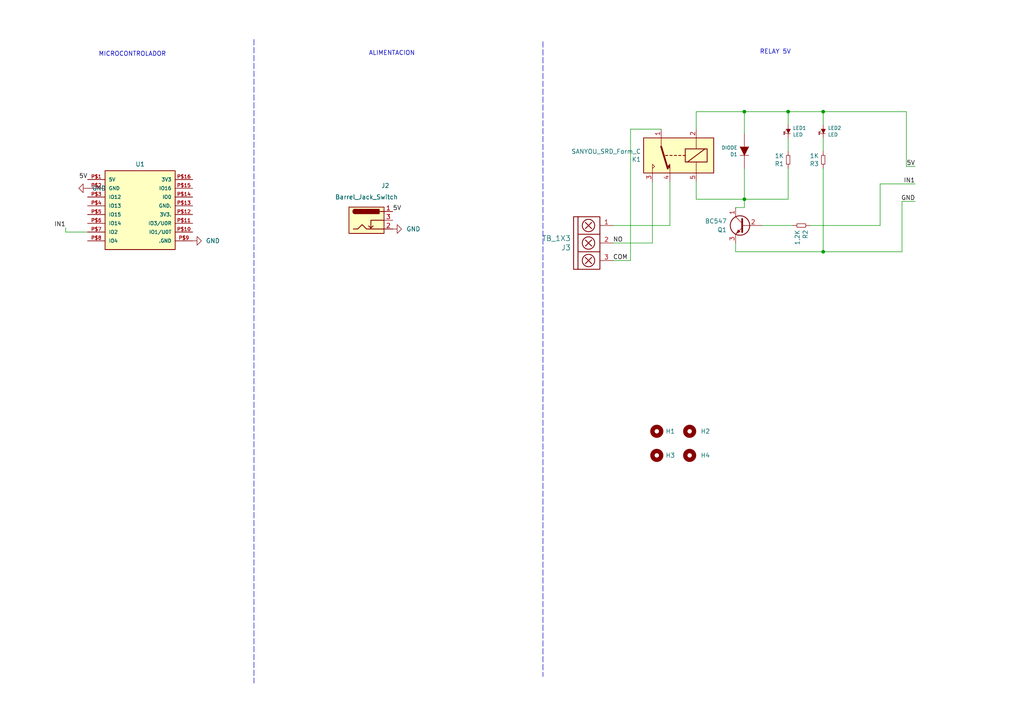
<source format=kicad_sch>
(kicad_sch (version 20211123) (generator eeschema)

  (uuid df32840e-2912-4088-b54c-9a85f64c0265)

  (paper "A4")

  (lib_symbols
    (symbol "Connector:Barrel_Jack_Switch" (pin_names hide) (in_bom yes) (on_board yes)
      (property "Reference" "J" (id 0) (at 0 5.334 0)
        (effects (font (size 1.27 1.27)))
      )
      (property "Value" "Barrel_Jack_Switch" (id 1) (at 0 -5.08 0)
        (effects (font (size 1.27 1.27)))
      )
      (property "Footprint" "" (id 2) (at 1.27 -1.016 0)
        (effects (font (size 1.27 1.27)) hide)
      )
      (property "Datasheet" "~" (id 3) (at 1.27 -1.016 0)
        (effects (font (size 1.27 1.27)) hide)
      )
      (property "ki_keywords" "DC power barrel jack connector" (id 4) (at 0 0 0)
        (effects (font (size 1.27 1.27)) hide)
      )
      (property "ki_description" "DC Barrel Jack with an internal switch" (id 5) (at 0 0 0)
        (effects (font (size 1.27 1.27)) hide)
      )
      (property "ki_fp_filters" "BarrelJack*" (id 6) (at 0 0 0)
        (effects (font (size 1.27 1.27)) hide)
      )
      (symbol "Barrel_Jack_Switch_0_1"
        (rectangle (start -5.08 3.81) (end 5.08 -3.81)
          (stroke (width 0.254) (type default) (color 0 0 0 0))
          (fill (type background))
        )
        (arc (start -3.302 3.175) (mid -3.937 2.54) (end -3.302 1.905)
          (stroke (width 0.254) (type default) (color 0 0 0 0))
          (fill (type none))
        )
        (arc (start -3.302 3.175) (mid -3.937 2.54) (end -3.302 1.905)
          (stroke (width 0.254) (type default) (color 0 0 0 0))
          (fill (type outline))
        )
        (polyline
          (pts
            (xy 1.27 -2.286)
            (xy 1.905 -1.651)
          )
          (stroke (width 0.254) (type default) (color 0 0 0 0))
          (fill (type none))
        )
        (polyline
          (pts
            (xy 5.08 2.54)
            (xy 3.81 2.54)
          )
          (stroke (width 0.254) (type default) (color 0 0 0 0))
          (fill (type none))
        )
        (polyline
          (pts
            (xy 5.08 0)
            (xy 1.27 0)
            (xy 1.27 -2.286)
            (xy 0.635 -1.651)
          )
          (stroke (width 0.254) (type default) (color 0 0 0 0))
          (fill (type none))
        )
        (polyline
          (pts
            (xy -3.81 -2.54)
            (xy -2.54 -2.54)
            (xy -1.27 -1.27)
            (xy 0 -2.54)
            (xy 2.54 -2.54)
            (xy 5.08 -2.54)
          )
          (stroke (width 0.254) (type default) (color 0 0 0 0))
          (fill (type none))
        )
        (rectangle (start 3.683 3.175) (end -3.302 1.905)
          (stroke (width 0.254) (type default) (color 0 0 0 0))
          (fill (type outline))
        )
      )
      (symbol "Barrel_Jack_Switch_1_1"
        (pin passive line (at 7.62 2.54 180) (length 2.54)
          (name "~" (effects (font (size 1.27 1.27))))
          (number "1" (effects (font (size 1.27 1.27))))
        )
        (pin passive line (at 7.62 -2.54 180) (length 2.54)
          (name "~" (effects (font (size 1.27 1.27))))
          (number "2" (effects (font (size 1.27 1.27))))
        )
        (pin passive line (at 7.62 0 180) (length 2.54)
          (name "~" (effects (font (size 1.27 1.27))))
          (number "3" (effects (font (size 1.27 1.27))))
        )
      )
    )
    (symbol "EESTN5:BC547" (pin_names (offset 0) hide) (in_bom yes) (on_board yes)
      (property "Reference" "Q" (id 0) (at 5.08 1.905 0)
        (effects (font (size 1.27 1.27)) (justify left))
      )
      (property "Value" "BC547" (id 1) (at 5.08 0 0)
        (effects (font (size 1.27 1.27)) (justify left))
      )
      (property "Footprint" "EESTN5:TO-92" (id 2) (at 5.08 -1.905 0)
        (effects (font (size 1.27 1.27) italic) (justify left) hide)
      )
      (property "Datasheet" "http://www.fairchildsemi.com/ds/BC/BC547.pdf" (id 3) (at 0 0 0)
        (effects (font (size 1.27 1.27)) (justify left) hide)
      )
      (property "ki_keywords" "NPN Transistor" (id 4) (at 0 0 0)
        (effects (font (size 1.27 1.27)) hide)
      )
      (property "ki_description" "45V Vce, 0.1A Ic, NPN, Small Signal Transistor, TO-92" (id 5) (at 0 0 0)
        (effects (font (size 1.27 1.27)) hide)
      )
      (property "ki_fp_filters" "TO?92*" (id 6) (at 0 0 0)
        (effects (font (size 1.27 1.27)) hide)
      )
      (symbol "BC547_0_1"
        (polyline
          (pts
            (xy 0 0)
            (xy 0.635 0)
          )
          (stroke (width 0) (type default) (color 0 0 0 0))
          (fill (type none))
        )
        (polyline
          (pts
            (xy 0.635 0.635)
            (xy 2.54 2.54)
          )
          (stroke (width 0) (type default) (color 0 0 0 0))
          (fill (type none))
        )
        (polyline
          (pts
            (xy 0.635 -0.635)
            (xy 2.54 -2.54)
            (xy 2.54 -2.54)
          )
          (stroke (width 0) (type default) (color 0 0 0 0))
          (fill (type none))
        )
        (polyline
          (pts
            (xy 0.635 1.905)
            (xy 0.635 -1.905)
            (xy 0.635 -1.905)
          )
          (stroke (width 0.508) (type default) (color 0 0 0 0))
          (fill (type none))
        )
        (polyline
          (pts
            (xy 1.27 -1.778)
            (xy 1.778 -1.27)
            (xy 2.286 -2.286)
            (xy 1.27 -1.778)
            (xy 1.27 -1.778)
          )
          (stroke (width 0) (type default) (color 0 0 0 0))
          (fill (type outline))
        )
        (circle (center 1.27 0) (radius 2.8194)
          (stroke (width 0.254) (type default) (color 0 0 0 0))
          (fill (type none))
        )
      )
      (symbol "BC547_1_1"
        (pin passive line (at 2.54 5.08 270) (length 2.54)
          (name "C" (effects (font (size 1.27 1.27))))
          (number "1" (effects (font (size 1.27 1.27))))
        )
        (pin input line (at -5.08 0 0) (length 5.08)
          (name "B" (effects (font (size 1.27 1.27))))
          (number "2" (effects (font (size 1.27 1.27))))
        )
        (pin passive line (at 2.54 -5.08 90) (length 2.54)
          (name "E" (effects (font (size 1.27 1.27))))
          (number "3" (effects (font (size 1.27 1.27))))
        )
      )
    )
    (symbol "EESTN5:DIODE" (pin_numbers hide) (pin_names (offset 1.016) hide) (in_bom yes) (on_board yes)
      (property "Reference" "D" (id 0) (at 0 2.54 0)
        (effects (font (size 1.016 1.016)))
      )
      (property "Value" "DIODE" (id 1) (at 0 -2.54 0)
        (effects (font (size 1.016 1.016)))
      )
      (property "Footprint" "" (id 2) (at 0 0 0)
        (effects (font (size 1.524 1.524)))
      )
      (property "Datasheet" "" (id 3) (at 0 0 0)
        (effects (font (size 1.524 1.524)))
      )
      (property "ki_fp_filters" "D* S*" (id 4) (at 0 0 0)
        (effects (font (size 1.27 1.27)) hide)
      )
      (symbol "DIODE_0_1"
        (polyline
          (pts
            (xy 1.27 1.27)
            (xy 1.27 -1.27)
          )
          (stroke (width 0.1524) (type default) (color 0 0 0 0))
          (fill (type none))
        )
        (polyline
          (pts
            (xy -1.27 1.27)
            (xy 1.27 0)
            (xy -1.27 -1.27)
          )
          (stroke (width 0) (type default) (color 0 0 0 0))
          (fill (type outline))
        )
      )
      (symbol "DIODE_1_1"
        (pin passive line (at -5.08 0 0) (length 3.81)
          (name "A" (effects (font (size 1.016 1.016))))
          (number "1" (effects (font (size 1.016 1.016))))
        )
        (pin passive line (at 5.08 0 180) (length 3.81)
          (name "K" (effects (font (size 1.016 1.016))))
          (number "2" (effects (font (size 1.016 1.016))))
        )
      )
    )
    (symbol "EESTN5:LED" (pin_numbers hide) (pin_names (offset 1.016) hide) (in_bom yes) (on_board yes)
      (property "Reference" "LED" (id 0) (at 0 2.54 0)
        (effects (font (size 1.016 1.016)))
      )
      (property "Value" "LED" (id 1) (at 0 -2.54 0)
        (effects (font (size 1.016 1.016)))
      )
      (property "Footprint" "" (id 2) (at 0 0 0)
        (effects (font (size 1.524 1.524)))
      )
      (property "Datasheet" "" (id 3) (at 0 0 0)
        (effects (font (size 1.524 1.524)))
      )
      (property "ki_fp_filters" "LED*" (id 4) (at 0 0 0)
        (effects (font (size 1.27 1.27)) hide)
      )
      (symbol "LED_0_1"
        (polyline
          (pts
            (xy 0.508 -0.762)
            (xy 1.016 -1.27)
            (xy 1.016 -1.27)
          )
          (stroke (width 0) (type default) (color 0 0 0 0))
          (fill (type none))
        )
        (polyline
          (pts
            (xy 1.016 -0.762)
            (xy 1.524 -1.27)
            (xy 1.524 -1.27)
          )
          (stroke (width 0) (type default) (color 0 0 0 0))
          (fill (type none))
        )
        (polyline
          (pts
            (xy 1.27 -0.635)
            (xy 1.27 0.635)
            (xy 1.27 0.635)
          )
          (stroke (width 0) (type default) (color 0 0 0 0))
          (fill (type none))
        )
        (polyline
          (pts
            (xy 1.27 0)
            (xy 0 0.635)
            (xy 0 -0.635)
            (xy 0 -0.635)
          )
          (stroke (width 0) (type default) (color 0 0 0 0))
          (fill (type outline))
        )
        (polyline
          (pts
            (xy 1.524 -1.27)
            (xy 1.27 -1.27)
            (xy 1.524 -1.016)
            (xy 1.524 -1.27)
            (xy 1.524 -1.27)
          )
          (stroke (width 0) (type default) (color 0 0 0 0))
          (fill (type outline))
        )
        (polyline
          (pts
            (xy 1.016 -1.27)
            (xy 0.762 -1.27)
            (xy 1.016 -1.016)
            (xy 1.016 -1.27)
            (xy 1.016 -1.27)
            (xy 1.016 -1.27)
          )
          (stroke (width 0) (type default) (color 0 0 0 0))
          (fill (type outline))
        )
      )
      (symbol "LED_1_1"
        (pin passive line (at -1.27 0 0) (length 1.27)
          (name "A" (effects (font (size 1.016 1.016))))
          (number "1" (effects (font (size 1.016 1.016))))
        )
        (pin passive line (at 2.54 0 180) (length 1.27)
          (name "K" (effects (font (size 1.016 1.016))))
          (number "2" (effects (font (size 1.016 1.016))))
        )
      )
    )
    (symbol "EESTN5:Mounting_Hole" (pin_names (offset 1.016)) (in_bom yes) (on_board yes)
      (property "Reference" "H" (id 0) (at 0 5.08 0)
        (effects (font (size 1.27 1.27)))
      )
      (property "Value" "Mounting_Hole" (id 1) (at 0 3.175 0)
        (effects (font (size 1.27 1.27)) hide)
      )
      (property "Footprint" "" (id 2) (at 0 0 0)
        (effects (font (size 1.524 1.524)) hide)
      )
      (property "Datasheet" "" (id 3) (at 0 0 0)
        (effects (font (size 1.524 1.524)) hide)
      )
      (property "ki_keywords" "mounting hole" (id 4) (at 0 0 0)
        (effects (font (size 1.27 1.27)) hide)
      )
      (property "ki_description" "Mounting Hole without connection" (id 5) (at 0 0 0)
        (effects (font (size 1.27 1.27)) hide)
      )
      (property "ki_fp_filters" "hole* Logo* PAD* Separador* Cable*" (id 6) (at 0 0 0)
        (effects (font (size 1.27 1.27)) hide)
      )
      (symbol "Mounting_Hole_0_1"
        (circle (center 0 0) (radius 1.27)
          (stroke (width 1.27) (type default) (color 0 0 0 0))
          (fill (type none))
        )
      )
    )
    (symbol "EESTN5:R" (pin_numbers hide) (pin_names (offset 0)) (in_bom yes) (on_board yes)
      (property "Reference" "R" (id 0) (at -1.27 0 90)
        (effects (font (size 1.27 1.27)))
      )
      (property "Value" "R" (id 1) (at 1.27 0 90)
        (effects (font (size 1.27 1.27)))
      )
      (property "Footprint" "" (id 2) (at 0 0 0)
        (effects (font (size 1.524 1.524)))
      )
      (property "Datasheet" "" (id 3) (at 0 0 0)
        (effects (font (size 1.524 1.524)))
      )
      (property "ki_description" "Resistor" (id 4) (at 0 0 0)
        (effects (font (size 1.27 1.27)) hide)
      )
      (property "ki_fp_filters" "RES* R_*" (id 5) (at 0 0 0)
        (effects (font (size 1.27 1.27)) hide)
      )
      (symbol "R_0_1"
        (rectangle (start 0.508 1.27) (end -0.508 -1.27)
          (stroke (width 0) (type default) (color 0 0 0 0))
          (fill (type none))
        )
      )
      (symbol "R_1_1"
        (pin passive line (at 0 2.54 270) (length 1.27)
          (name "~" (effects (font (size 1.524 1.524))))
          (number "1" (effects (font (size 1.524 1.524))))
        )
        (pin passive line (at 0 -2.54 90) (length 1.27)
          (name "~" (effects (font (size 1.524 1.524))))
          (number "2" (effects (font (size 1.524 1.524))))
        )
      )
    )
    (symbol "EESTN5:TB_1X3" (pin_names (offset 1.016)) (in_bom yes) (on_board yes)
      (property "Reference" "J" (id 0) (at 0 7.62 0)
        (effects (font (size 1.524 1.524)))
      )
      (property "Value" "TB_1X3" (id 1) (at 1.27 -11.43 0)
        (effects (font (size 1.524 1.524)))
      )
      (property "Footprint" "" (id 2) (at -1.27 1.27 0)
        (effects (font (size 1.524 1.524)))
      )
      (property "Datasheet" "" (id 3) (at -1.27 1.27 0)
        (effects (font (size 1.524 1.524)))
      )
      (property "ki_fp_filters" "BORNERA* TB*" (id 4) (at 0 0 0)
        (effects (font (size 1.27 1.27)) hide)
      )
      (symbol "TB_1X3_0_1"
        (rectangle (start -2.54 5.08) (end 5.08 -10.16)
          (stroke (width 0.254) (type default) (color 0 0 0 0))
          (fill (type none))
        )
        (polyline
          (pts
            (xy -1.27 -5.08)
            (xy 5.08 -5.08)
          )
          (stroke (width 0.254) (type default) (color 0 0 0 0))
          (fill (type none))
        )
        (polyline
          (pts
            (xy -1.27 0)
            (xy 5.08 0)
          )
          (stroke (width 0.254) (type default) (color 0 0 0 0))
          (fill (type none))
        )
        (polyline
          (pts
            (xy -1.27 5.08)
            (xy -1.27 -10.16)
          )
          (stroke (width 0.254) (type default) (color 0 0 0 0))
          (fill (type none))
        )
        (polyline
          (pts
            (xy 0.889 -8.509)
            (xy 2.667 -6.731)
          )
          (stroke (width 0.254) (type default) (color 0 0 0 0))
          (fill (type none))
        )
        (polyline
          (pts
            (xy 0.889 -6.731)
            (xy 2.667 -8.509)
          )
          (stroke (width 0.254) (type default) (color 0 0 0 0))
          (fill (type none))
        )
        (polyline
          (pts
            (xy 0.889 -3.429)
            (xy 2.667 -1.651)
          )
          (stroke (width 0.254) (type default) (color 0 0 0 0))
          (fill (type none))
        )
        (polyline
          (pts
            (xy 0.889 -1.651)
            (xy 2.667 -3.429)
          )
          (stroke (width 0.254) (type default) (color 0 0 0 0))
          (fill (type none))
        )
        (polyline
          (pts
            (xy 0.889 1.651)
            (xy 2.667 3.429)
          )
          (stroke (width 0.254) (type default) (color 0 0 0 0))
          (fill (type none))
        )
        (polyline
          (pts
            (xy 0.889 3.429)
            (xy 2.667 1.651)
          )
          (stroke (width 0.254) (type default) (color 0 0 0 0))
          (fill (type none))
        )
        (circle (center 1.778 -7.62) (radius 1.8034)
          (stroke (width 0.254) (type default) (color 0 0 0 0))
          (fill (type none))
        )
        (circle (center 1.778 -2.54) (radius 1.8034)
          (stroke (width 0.254) (type default) (color 0 0 0 0))
          (fill (type none))
        )
        (circle (center 1.778 2.54) (radius 1.8034)
          (stroke (width 0.254) (type default) (color 0 0 0 0))
          (fill (type none))
        )
      )
      (symbol "TB_1X3_1_1"
        (pin input line (at 8.89 2.54 180) (length 3.81)
          (name "~" (effects (font (size 1.27 1.27))))
          (number "1" (effects (font (size 1.27 1.27))))
        )
        (pin input line (at 8.89 -2.54 180) (length 3.81)
          (name "~" (effects (font (size 1.27 1.27))))
          (number "2" (effects (font (size 1.27 1.27))))
        )
        (pin input line (at 8.89 -7.62 180) (length 3.81)
          (name "~" (effects (font (size 1.27 1.27))))
          (number "3" (effects (font (size 1.27 1.27))))
        )
      )
    )
    (symbol "ESP32-rescue:ESP32-CAM-ESP32-CAM" (pin_names (offset 1.016)) (in_bom yes) (on_board yes)
      (property "Reference" "U" (id 0) (at -10.16 20.32 0)
        (effects (font (size 1.27 1.27)) (justify left bottom))
      )
      (property "Value" "ESP32-CAM-ESP32-CAM" (id 1) (at 0 0 0)
        (effects (font (size 1.27 1.27)) (justify left bottom) hide)
      )
      (property "Footprint" "ESP32-CAM" (id 2) (at 0 0 0)
        (effects (font (size 1.27 1.27)) (justify left bottom) hide)
      )
      (property "Datasheet" "" (id 3) (at 0 0 0)
        (effects (font (size 1.27 1.27)) (justify left bottom) hide)
      )
      (property "ki_locked" "" (id 4) (at 0 0 0)
        (effects (font (size 1.27 1.27)))
      )
      (symbol "ESP32-CAM-ESP32-CAM_0_0"
        (rectangle (start -10.16 -5.08) (end 10.16 17.78)
          (stroke (width 0.254) (type default) (color 0 0 0 0))
          (fill (type background))
        )
        (pin bidirectional line (at -15.24 15.24 0) (length 5.08)
          (name "5V" (effects (font (size 1.016 1.016))))
          (number "P$1" (effects (font (size 1.016 1.016))))
        )
        (pin bidirectional line (at 15.24 0 180) (length 5.08)
          (name "IO1/U0T" (effects (font (size 1.016 1.016))))
          (number "P$10" (effects (font (size 1.016 1.016))))
        )
        (pin bidirectional line (at 15.24 2.54 180) (length 5.08)
          (name "IO3/U0R" (effects (font (size 1.016 1.016))))
          (number "P$11" (effects (font (size 1.016 1.016))))
        )
        (pin bidirectional line (at 15.24 5.08 180) (length 5.08)
          (name "3V3." (effects (font (size 1.016 1.016))))
          (number "P$12" (effects (font (size 1.016 1.016))))
        )
        (pin bidirectional line (at 15.24 7.62 180) (length 5.08)
          (name "GND." (effects (font (size 1.016 1.016))))
          (number "P$13" (effects (font (size 1.016 1.016))))
        )
        (pin bidirectional line (at 15.24 10.16 180) (length 5.08)
          (name "IO0" (effects (font (size 1.016 1.016))))
          (number "P$14" (effects (font (size 1.016 1.016))))
        )
        (pin bidirectional line (at 15.24 12.7 180) (length 5.08)
          (name "IO16" (effects (font (size 1.016 1.016))))
          (number "P$15" (effects (font (size 1.016 1.016))))
        )
        (pin bidirectional line (at 15.24 15.24 180) (length 5.08)
          (name "3V3" (effects (font (size 1.016 1.016))))
          (number "P$16" (effects (font (size 1.016 1.016))))
        )
        (pin bidirectional line (at -15.24 12.7 0) (length 5.08)
          (name "GND" (effects (font (size 1.016 1.016))))
          (number "P$2" (effects (font (size 1.016 1.016))))
        )
        (pin bidirectional line (at -15.24 10.16 0) (length 5.08)
          (name "IO12" (effects (font (size 1.016 1.016))))
          (number "P$3" (effects (font (size 1.016 1.016))))
        )
        (pin bidirectional line (at -15.24 7.62 0) (length 5.08)
          (name "IO13" (effects (font (size 1.016 1.016))))
          (number "P$4" (effects (font (size 1.016 1.016))))
        )
        (pin bidirectional line (at -15.24 5.08 0) (length 5.08)
          (name "IO15" (effects (font (size 1.016 1.016))))
          (number "P$5" (effects (font (size 1.016 1.016))))
        )
        (pin bidirectional line (at -15.24 2.54 0) (length 5.08)
          (name "IO14" (effects (font (size 1.016 1.016))))
          (number "P$6" (effects (font (size 1.016 1.016))))
        )
        (pin bidirectional line (at -15.24 0 0) (length 5.08)
          (name "IO2" (effects (font (size 1.016 1.016))))
          (number "P$7" (effects (font (size 1.016 1.016))))
        )
        (pin bidirectional line (at -15.24 -2.54 0) (length 5.08)
          (name "IO4" (effects (font (size 1.016 1.016))))
          (number "P$8" (effects (font (size 1.016 1.016))))
        )
        (pin bidirectional line (at 15.24 -2.54 180) (length 5.08)
          (name ".GND" (effects (font (size 1.016 1.016))))
          (number "P$9" (effects (font (size 1.016 1.016))))
        )
      )
    )
    (symbol "ESP32-rescue:SANYOU_SRD_Form_C-Relay" (in_bom yes) (on_board yes)
      (property "Reference" "K" (id 0) (at 11.43 3.81 0)
        (effects (font (size 1.27 1.27)) (justify left))
      )
      (property "Value" "SANYOU_SRD_Form_C-Relay" (id 1) (at 11.43 1.27 0)
        (effects (font (size 1.27 1.27)) (justify left))
      )
      (property "Footprint" "Relay_THT:Relay_SPDT_SANYOU_SRD_Series_Form_C" (id 2) (at 11.43 -1.27 0)
        (effects (font (size 1.27 1.27)) (justify left) hide)
      )
      (property "Datasheet" "" (id 3) (at 0 0 0)
        (effects (font (size 1.27 1.27)) hide)
      )
      (property "ki_fp_filters" "Relay*SPDT*SANYOU*SRD*Series*Form*C*" (id 4) (at 0 0 0)
        (effects (font (size 1.27 1.27)) hide)
      )
      (symbol "SANYOU_SRD_Form_C-Relay_0_0"
        (polyline
          (pts
            (xy 7.62 5.08)
            (xy 7.62 2.54)
            (xy 6.985 3.175)
            (xy 7.62 3.81)
          )
          (stroke (width 0) (type default) (color 0 0 0 0))
          (fill (type none))
        )
      )
      (symbol "SANYOU_SRD_Form_C-Relay_0_1"
        (rectangle (start -10.16 5.08) (end 10.16 -5.08)
          (stroke (width 0.254) (type default) (color 0 0 0 0))
          (fill (type background))
        )
        (rectangle (start -8.255 1.905) (end -1.905 -1.905)
          (stroke (width 0.254) (type default) (color 0 0 0 0))
          (fill (type none))
        )
        (polyline
          (pts
            (xy -7.62 -1.905)
            (xy -2.54 1.905)
          )
          (stroke (width 0.254) (type default) (color 0 0 0 0))
          (fill (type none))
        )
        (polyline
          (pts
            (xy -5.08 -5.08)
            (xy -5.08 -1.905)
          )
          (stroke (width 0) (type default) (color 0 0 0 0))
          (fill (type none))
        )
        (polyline
          (pts
            (xy -5.08 5.08)
            (xy -5.08 1.905)
          )
          (stroke (width 0) (type default) (color 0 0 0 0))
          (fill (type none))
        )
        (polyline
          (pts
            (xy -1.905 0)
            (xy -1.27 0)
          )
          (stroke (width 0.254) (type default) (color 0 0 0 0))
          (fill (type none))
        )
        (polyline
          (pts
            (xy -0.635 0)
            (xy 0 0)
          )
          (stroke (width 0.254) (type default) (color 0 0 0 0))
          (fill (type none))
        )
        (polyline
          (pts
            (xy 0.635 0)
            (xy 1.27 0)
          )
          (stroke (width 0.254) (type default) (color 0 0 0 0))
          (fill (type none))
        )
        (polyline
          (pts
            (xy 1.905 0)
            (xy 2.54 0)
          )
          (stroke (width 0.254) (type default) (color 0 0 0 0))
          (fill (type none))
        )
        (polyline
          (pts
            (xy 3.175 0)
            (xy 3.81 0)
          )
          (stroke (width 0.254) (type default) (color 0 0 0 0))
          (fill (type none))
        )
        (polyline
          (pts
            (xy 5.08 -2.54)
            (xy 3.175 3.81)
          )
          (stroke (width 0.508) (type default) (color 0 0 0 0))
          (fill (type none))
        )
        (polyline
          (pts
            (xy 5.08 -2.54)
            (xy 5.08 -5.08)
          )
          (stroke (width 0) (type default) (color 0 0 0 0))
          (fill (type none))
        )
      )
      (symbol "SANYOU_SRD_Form_C-Relay_1_1"
        (polyline
          (pts
            (xy 2.54 3.81)
            (xy 3.175 3.175)
            (xy 2.54 2.54)
            (xy 2.54 5.08)
          )
          (stroke (width 0) (type default) (color 0 0 0 0))
          (fill (type outline))
        )
        (pin passive line (at 5.08 -7.62 90) (length 2.54)
          (name "~" (effects (font (size 1.27 1.27))))
          (number "1" (effects (font (size 1.27 1.27))))
        )
        (pin passive line (at -5.08 -7.62 90) (length 2.54)
          (name "~" (effects (font (size 1.27 1.27))))
          (number "2" (effects (font (size 1.27 1.27))))
        )
        (pin passive line (at 7.62 7.62 270) (length 2.54)
          (name "~" (effects (font (size 1.27 1.27))))
          (number "3" (effects (font (size 1.27 1.27))))
        )
        (pin passive line (at 2.54 7.62 270) (length 2.54)
          (name "~" (effects (font (size 1.27 1.27))))
          (number "4" (effects (font (size 1.27 1.27))))
        )
        (pin passive line (at -5.08 7.62 270) (length 2.54)
          (name "~" (effects (font (size 1.27 1.27))))
          (number "5" (effects (font (size 1.27 1.27))))
        )
      )
    )
    (symbol "power:GND" (power) (pin_names (offset 0)) (in_bom yes) (on_board yes)
      (property "Reference" "#PWR" (id 0) (at 0 -6.35 0)
        (effects (font (size 1.27 1.27)) hide)
      )
      (property "Value" "GND" (id 1) (at 0 -3.81 0)
        (effects (font (size 1.27 1.27)))
      )
      (property "Footprint" "" (id 2) (at 0 0 0)
        (effects (font (size 1.27 1.27)) hide)
      )
      (property "Datasheet" "" (id 3) (at 0 0 0)
        (effects (font (size 1.27 1.27)) hide)
      )
      (symbol "GND_0_1"
        (polyline
          (pts
            (xy 0 0)
            (xy 0 -1.27)
            (xy 1.27 -1.27)
            (xy 0 -2.54)
            (xy -1.27 -1.27)
            (xy 0 -1.27)
          )
          (stroke (width 0) (type default) (color 0 0 0 0))
          (fill (type none))
        )
      )
      (symbol "GND_1_1"
        (pin power_in line (at 0 0 270) (length 0) hide
          (name "GND" (effects (font (size 1.27 1.27))))
          (number "1" (effects (font (size 1.27 1.27))))
        )
      )
    )
  )

  (junction (at 228.6 32.385) (diameter 0) (color 0 0 0 0)
    (uuid 275aa44a-b61f-489f-9e2a-819a0fe0d1eb)
  )
  (junction (at 215.9 57.785) (diameter 0) (color 0 0 0 0)
    (uuid 6284122b-79c3-4e04-925e-3d32cc3ec077)
  )
  (junction (at 238.76 32.385) (diameter 0) (color 0 0 0 0)
    (uuid 676efd2f-1c48-4786-9e4b-2444f1e8f6ff)
  )
  (junction (at 238.76 73.025) (diameter 0) (color 0 0 0 0)
    (uuid 84e5506c-143e-495f-9aa4-d3a71622f213)
  )
  (junction (at 215.9 32.385) (diameter 0) (color 0 0 0 0)
    (uuid 853ee787-6e2c-4f32-bc75-6c17337dd3d5)
  )

  (wire (pts (xy 228.6 40.005) (xy 228.6 43.815))
    (stroke (width 0) (type default) (color 0 0 0 0))
    (uuid 097edb1b-8998-4e70-b670-bba125982348)
  )
  (polyline (pts (xy 157.48 12.065) (xy 157.48 196.215))
    (stroke (width 0) (type default) (color 0 0 0 0))
    (uuid 0d2f3c2e-b0b6-46e3-b68c-fcde6cc74d68)
  )

  (wire (pts (xy 213.36 60.198) (xy 213.36 60.325))
    (stroke (width 0) (type default) (color 0 0 0 0))
    (uuid 0f6ba2fe-c6ba-4543-9637-bcc89301cfcd)
  )
  (wire (pts (xy 238.76 43.815) (xy 238.76 40.005))
    (stroke (width 0) (type default) (color 0 0 0 0))
    (uuid 14c51520-6d91-4098-a59a-5121f2a898f7)
  )
  (wire (pts (xy 194.31 52.705) (xy 194.31 65.405))
    (stroke (width 0) (type default) (color 0 0 0 0))
    (uuid 15fe8f3d-6077-4e0e-81d0-8ec3f4538981)
  )
  (wire (pts (xy 220.98 65.405) (xy 229.87 65.405))
    (stroke (width 0) (type default) (color 0 0 0 0))
    (uuid 240e5dac-6242-47a5-bbef-f76d11c715c0)
  )
  (wire (pts (xy 238.76 48.895) (xy 238.76 73.025))
    (stroke (width 0) (type default) (color 0 0 0 0))
    (uuid 2d67a417-188f-4014-9282-000265d80009)
  )
  (wire (pts (xy 177.8 70.485) (xy 189.23 70.485))
    (stroke (width 0) (type default) (color 0 0 0 0))
    (uuid 34b33fd7-ace7-41a7-8e8c-8704f4bb76d6)
  )
  (wire (pts (xy 265.43 58.42) (xy 261.62 58.42))
    (stroke (width 0) (type default) (color 0 0 0 0))
    (uuid 5266e4d5-cc17-4b8f-8063-a0f064fc1759)
  )
  (wire (pts (xy 215.9 32.385) (xy 228.6 32.385))
    (stroke (width 0) (type default) (color 0 0 0 0))
    (uuid 57c0c267-8bf9-4cc7-b734-d71a239ac313)
  )
  (wire (pts (xy 265.43 48.26) (xy 262.89 48.26))
    (stroke (width 0) (type default) (color 0 0 0 0))
    (uuid 5a136768-1f0f-4fce-9342-eaaa24ad8342)
  )
  (wire (pts (xy 228.6 36.195) (xy 228.6 32.385))
    (stroke (width 0) (type default) (color 0 0 0 0))
    (uuid 5ca4be1c-537e-4a4a-b344-d0c8ffde8546)
  )
  (wire (pts (xy 228.6 57.785) (xy 215.9 57.785))
    (stroke (width 0) (type default) (color 0 0 0 0))
    (uuid 67763d19-f622-4e1e-81e5-5b24da7c3f99)
  )
  (wire (pts (xy 228.6 32.385) (xy 238.76 32.385))
    (stroke (width 0) (type default) (color 0 0 0 0))
    (uuid 6c67e4f6-9d04-4539-b356-b76e915ce848)
  )
  (wire (pts (xy 215.9 60.198) (xy 215.9 57.785))
    (stroke (width 0) (type default) (color 0 0 0 0))
    (uuid 72440d29-9cb4-40e2-bdd4-75360e60db56)
  )
  (wire (pts (xy 215.9 38.735) (xy 215.9 32.385))
    (stroke (width 0) (type default) (color 0 0 0 0))
    (uuid 7cee474b-af8f-4832-b07a-c43c1ab0b464)
  )
  (wire (pts (xy 19.05 67.31) (xy 19.05 66.04))
    (stroke (width 0) (type default) (color 0 0 0 0))
    (uuid 82be7aae-5d06-4178-8c3e-98760c41b054)
  )
  (polyline (pts (xy 73.66 11.43) (xy 73.66 198.12))
    (stroke (width 0) (type default) (color 0 0 0 0))
    (uuid 8abdc6f3-9a5f-4da3-9c34-b23c59c8590c)
  )

  (wire (pts (xy 213.36 73.025) (xy 238.76 73.025))
    (stroke (width 0) (type default) (color 0 0 0 0))
    (uuid 8d9a3ecc-539f-41da-8099-d37cea9c28e7)
  )
  (wire (pts (xy 261.62 73.025) (xy 261.62 58.42))
    (stroke (width 0) (type default) (color 0 0 0 0))
    (uuid 90ffcb4e-6813-4ae9-b923-cf828a0b9e25)
  )
  (wire (pts (xy 177.8 65.405) (xy 194.31 65.405))
    (stroke (width 0) (type default) (color 0 0 0 0))
    (uuid 95800d89-6c91-4253-bf67-bf65af0aba62)
  )
  (wire (pts (xy 228.6 48.895) (xy 228.6 57.785))
    (stroke (width 0) (type default) (color 0 0 0 0))
    (uuid 994b6220-4755-4d84-91b3-6122ac1c2c5e)
  )
  (wire (pts (xy 182.88 37.465) (xy 191.77 37.465))
    (stroke (width 0) (type default) (color 0 0 0 0))
    (uuid 9b3c58a7-a9b9-4498-abc0-f9f43e4f0292)
  )
  (wire (pts (xy 201.93 32.385) (xy 215.9 32.385))
    (stroke (width 0) (type default) (color 0 0 0 0))
    (uuid 9cb12cc8-7f1a-4a01-9256-c119f11a8a02)
  )
  (wire (pts (xy 201.93 57.785) (xy 201.93 52.705))
    (stroke (width 0) (type default) (color 0 0 0 0))
    (uuid a13ab237-8f8d-4e16-8c47-4440653b8534)
  )
  (wire (pts (xy 177.8 75.565) (xy 182.88 75.565))
    (stroke (width 0) (type default) (color 0 0 0 0))
    (uuid a8f2dacf-2d5a-4a9a-849c-44c9324f121c)
  )
  (wire (pts (xy 234.95 65.405) (xy 255.27 65.405))
    (stroke (width 0) (type default) (color 0 0 0 0))
    (uuid aa2ea573-3f20-43c1-aa99-1f9c6031a9aa)
  )
  (wire (pts (xy 189.23 52.705) (xy 189.23 70.485))
    (stroke (width 0) (type default) (color 0 0 0 0))
    (uuid ac47ab35-d392-4be4-82ba-35fed28919aa)
  )
  (wire (pts (xy 265.43 53.34) (xy 255.27 53.34))
    (stroke (width 0) (type default) (color 0 0 0 0))
    (uuid ae6114f3-0ff1-4fee-82f6-9a6c5a78edca)
  )
  (wire (pts (xy 262.89 32.385) (xy 238.76 32.385))
    (stroke (width 0) (type default) (color 0 0 0 0))
    (uuid b21b76bb-6d15-4e01-ae49-78b894308512)
  )
  (wire (pts (xy 238.76 36.195) (xy 238.76 32.385))
    (stroke (width 0) (type default) (color 0 0 0 0))
    (uuid b447dbb1-d38e-4a15-93cb-12c25382ea53)
  )
  (wire (pts (xy 182.88 37.465) (xy 182.88 75.565))
    (stroke (width 0) (type default) (color 0 0 0 0))
    (uuid c094494a-f6f7-43fc-a007-4951484ddf3a)
  )
  (wire (pts (xy 201.93 37.465) (xy 201.93 32.385))
    (stroke (width 0) (type default) (color 0 0 0 0))
    (uuid c7e7067c-5f5e-48d8-ab59-df26f9b35863)
  )
  (wire (pts (xy 215.9 57.785) (xy 201.93 57.785))
    (stroke (width 0) (type default) (color 0 0 0 0))
    (uuid ca5a4651-0d1d-441b-b17d-01518ef3b656)
  )
  (wire (pts (xy 215.9 48.895) (xy 215.9 57.785))
    (stroke (width 0) (type default) (color 0 0 0 0))
    (uuid cfa5c16e-7859-460d-a0b8-cea7d7ea629c)
  )
  (wire (pts (xy 261.62 73.025) (xy 238.76 73.025))
    (stroke (width 0) (type default) (color 0 0 0 0))
    (uuid d9395ac3-ab1a-40d8-a2a4-6348105b716c)
  )
  (wire (pts (xy 25.4 67.31) (xy 19.05 67.31))
    (stroke (width 0) (type default) (color 0 0 0 0))
    (uuid e65b62be-e01b-4688-a999-1d1be370c4ae)
  )
  (wire (pts (xy 262.89 48.26) (xy 262.89 32.385))
    (stroke (width 0) (type default) (color 0 0 0 0))
    (uuid ec90bb0a-aab3-4efd-9875-a82284e78f96)
  )
  (wire (pts (xy 213.36 70.485) (xy 213.36 73.025))
    (stroke (width 0) (type default) (color 0 0 0 0))
    (uuid f1775913-f8ca-4933-8b58-42a73fcc4963)
  )
  (wire (pts (xy 255.27 65.405) (xy 255.27 53.34))
    (stroke (width 0) (type default) (color 0 0 0 0))
    (uuid f40d350f-0d3e-4f8a-b004-d950f2f8f1ba)
  )
  (wire (pts (xy 213.36 60.198) (xy 215.9 60.198))
    (stroke (width 0) (type default) (color 0 0 0 0))
    (uuid fa7d9526-a850-4042-b15c-ccb35bfb712f)
  )

  (text "MICROCONTROLADOR\n" (at 28.575 16.51 0)
    (effects (font (size 1.27 1.27)) (justify left bottom))
    (uuid 01e713d0-7aad-451a-abfa-233740256eb6)
  )
  (text "RELAY 5V\n\n" (at 220.345 17.907 0)
    (effects (font (size 1.27 1.27)) (justify left bottom))
    (uuid 891e32a9-2f82-4682-ab2f-45c996aabef4)
  )
  (text "ALIMENTACION\n" (at 106.934 16.256 0)
    (effects (font (size 1.27 1.27)) (justify left bottom))
    (uuid 9e339eb1-dcc6-43c1-afee-841a655e86f0)
  )

  (label "5V" (at 265.43 48.26 180)
    (effects (font (size 1.27 1.27)) (justify right bottom))
    (uuid 173f6f06-e7d0-42ac-ab03-ce6b79b9eeee)
  )
  (label "COM" (at 177.8 75.565 0)
    (effects (font (size 1.27 1.27)) (justify left bottom))
    (uuid 3f471579-ab93-4bcd-9d3e-35a66e2346b9)
  )
  (label "GND" (at 265.43 58.42 180)
    (effects (font (size 1.27 1.27)) (justify right bottom))
    (uuid 4632212f-13ce-4392-bc68-ccb9ba333770)
  )
  (label "5V" (at 25.4 52.07 180)
    (effects (font (size 1.27 1.27)) (justify right bottom))
    (uuid 8c9e49a0-f14d-460b-a2a2-2a28facfabbb)
  )
  (label "5V" (at 113.919 61.341 0)
    (effects (font (size 1.27 1.27)) (justify left bottom))
    (uuid 901ea3ba-265c-4228-aac0-159204282db1)
  )
  (label "IN1" (at 265.43 53.34 180)
    (effects (font (size 1.27 1.27)) (justify right bottom))
    (uuid cb16d05e-318b-4e51-867b-70d791d75bea)
  )
  (label "NO" (at 177.8 70.485 0)
    (effects (font (size 1.27 1.27)) (justify left bottom))
    (uuid da064936-ce8a-4c47-91ce-34bbe8d019cc)
  )
  (label "IN1" (at 19.05 66.04 180)
    (effects (font (size 1.27 1.27)) (justify right bottom))
    (uuid e1535036-5d36-405f-bb86-3819621c4f23)
  )

  (symbol (lib_id "ESP32-rescue:ESP32-CAM-ESP32-CAM") (at 40.64 67.31 0) (unit 1)
    (in_bom yes) (on_board yes)
    (uuid 00000000-0000-0000-0000-000062733c32)
    (property "Reference" "U1" (id 0) (at 40.64 47.625 0))
    (property "Value" "ESP32-CAM" (id 1) (at 40.64 67.31 0)
      (effects (font (size 1.27 1.27)) (justify left bottom) hide)
    )
    (property "Footprint" "ESP32:ESP32-CAM" (id 2) (at 40.64 67.31 0)
      (effects (font (size 1.27 1.27)) (justify left bottom) hide)
    )
    (property "Datasheet" "" (id 3) (at 40.64 67.31 0)
      (effects (font (size 1.27 1.27)) (justify left bottom) hide)
    )
    (pin "P$1" (uuid 62cf0a26-9096-4000-923a-60daf3aa23f8))
    (pin "P$10" (uuid 7f04153d-9d5e-47af-b99d-bc6a387c9a6f))
    (pin "P$11" (uuid ddcc8852-5683-4366-8128-1d6ff0a98b06))
    (pin "P$12" (uuid 4f0ad253-6758-4fab-a304-5619bb190326))
    (pin "P$13" (uuid ed15d2ab-884d-4309-8fc5-a20c99e91302))
    (pin "P$14" (uuid 63777433-96ab-4b15-8870-c77f38cbb556))
    (pin "P$15" (uuid 70e18146-fcad-491b-ae29-6b6b530cc027))
    (pin "P$16" (uuid 9b86d498-b713-4140-97c2-940c95f43f16))
    (pin "P$2" (uuid 5d6cfde2-9586-45a3-9d7e-b9db5ad7bc21))
    (pin "P$3" (uuid e997c615-0a9d-46fc-872f-6b2d14f01b36))
    (pin "P$4" (uuid f5156e03-6da9-4205-8d49-0997e01031c7))
    (pin "P$5" (uuid 897136b5-a5d5-4581-a6bf-48c25cde5ca5))
    (pin "P$6" (uuid 9fd2c636-f5cd-47e5-bbbc-56f7c25ff6b0))
    (pin "P$7" (uuid 7cea007c-3280-4e58-94e8-fd0f1c985899))
    (pin "P$8" (uuid 8a80af2d-ce13-4b11-8a6d-9856813678bd))
    (pin "P$9" (uuid e34767e1-a29c-42c3-8abb-ef0a479b6adf))
  )

  (symbol (lib_id "EESTN5:R") (at 238.76 46.355 180) (unit 1)
    (in_bom yes) (on_board yes)
    (uuid 00000000-0000-0000-0000-00006273b1b2)
    (property "Reference" "R3" (id 0) (at 237.5408 47.5234 0)
      (effects (font (size 1.27 1.27)) (justify left))
    )
    (property "Value" "1K" (id 1) (at 237.5408 45.212 0)
      (effects (font (size 1.27 1.27)) (justify left))
    )
    (property "Footprint" "EESTN5:RES0.2" (id 2) (at 238.76 46.355 0)
      (effects (font (size 1.524 1.524)) hide)
    )
    (property "Datasheet" "" (id 3) (at 238.76 46.355 0)
      (effects (font (size 1.524 1.524)))
    )
    (pin "1" (uuid 2bcb8eff-5353-49d7-940f-1af0870f1ac9))
    (pin "2" (uuid 6115d08d-ef27-4828-8c89-a6e903cffdaa))
  )

  (symbol (lib_id "EESTN5:R") (at 228.6 46.355 180) (unit 1)
    (in_bom yes) (on_board yes)
    (uuid 00000000-0000-0000-0000-000062742002)
    (property "Reference" "R1" (id 0) (at 227.3808 47.5234 0)
      (effects (font (size 1.27 1.27)) (justify left))
    )
    (property "Value" "1K" (id 1) (at 227.3808 45.212 0)
      (effects (font (size 1.27 1.27)) (justify left))
    )
    (property "Footprint" "EESTN5:RES0.2" (id 2) (at 228.6 46.355 0)
      (effects (font (size 1.524 1.524)) hide)
    )
    (property "Datasheet" "" (id 3) (at 228.6 46.355 0)
      (effects (font (size 1.524 1.524)))
    )
    (pin "1" (uuid ca9af257-407b-4fa6-90c5-8313bc030faa))
    (pin "2" (uuid bb081485-e2b1-4818-82d4-d89be29e0cf2))
  )

  (symbol (lib_id "EESTN5:R") (at 232.41 65.405 270) (unit 1)
    (in_bom yes) (on_board yes)
    (uuid 00000000-0000-0000-0000-000062742b68)
    (property "Reference" "R2" (id 0) (at 233.5784 66.6242 0)
      (effects (font (size 1.27 1.27)) (justify left))
    )
    (property "Value" "1,2K" (id 1) (at 231.267 66.6242 0)
      (effects (font (size 1.27 1.27)) (justify left))
    )
    (property "Footprint" "EESTN5:RES0.2" (id 2) (at 232.41 65.405 0)
      (effects (font (size 1.524 1.524)) hide)
    )
    (property "Datasheet" "" (id 3) (at 232.41 65.405 0)
      (effects (font (size 1.524 1.524)))
    )
    (pin "1" (uuid d87cc3e6-70e4-41ba-bfa9-1612995ab3dd))
    (pin "2" (uuid a2e558f5-613f-46e9-9cf9-2bb36cf255b2))
  )

  (symbol (lib_id "EESTN5:LED") (at 238.76 37.465 270) (unit 1)
    (in_bom yes) (on_board yes)
    (uuid 00000000-0000-0000-0000-000062746d0d)
    (property "Reference" "LED2" (id 0) (at 240.1062 37.1348 90)
      (effects (font (size 1.016 1.016)) (justify left))
    )
    (property "Value" "LED" (id 1) (at 240.1062 39.0652 90)
      (effects (font (size 1.016 1.016)) (justify left))
    )
    (property "Footprint" "EESTN5:led_3mm_red" (id 2) (at 238.76 37.465 0)
      (effects (font (size 1.524 1.524)) hide)
    )
    (property "Datasheet" "" (id 3) (at 238.76 37.465 0)
      (effects (font (size 1.524 1.524)))
    )
    (pin "1" (uuid d55bd6d0-3dd4-4415-832b-0acecc2890ca))
    (pin "2" (uuid 7474435c-27e8-4a39-84b9-efe9d8235613))
  )

  (symbol (lib_id "EESTN5:LED") (at 228.6 37.465 270) (unit 1)
    (in_bom yes) (on_board yes)
    (uuid 00000000-0000-0000-0000-000062748402)
    (property "Reference" "LED1" (id 0) (at 229.9462 37.1348 90)
      (effects (font (size 1.016 1.016)) (justify left))
    )
    (property "Value" "LED" (id 1) (at 229.9462 39.0652 90)
      (effects (font (size 1.016 1.016)) (justify left))
    )
    (property "Footprint" "EESTN5:led_3mm_red" (id 2) (at 228.6 37.465 0)
      (effects (font (size 1.524 1.524)) hide)
    )
    (property "Datasheet" "" (id 3) (at 228.6 37.465 0)
      (effects (font (size 1.524 1.524)))
    )
    (pin "1" (uuid f19e33ae-597f-4b9a-8f2d-c4d9c6bead68))
    (pin "2" (uuid f4708d09-7ba1-402c-9e48-47aea89c0016))
  )

  (symbol (lib_id "ESP32-rescue:SANYOU_SRD_Form_C-Relay") (at 196.85 45.085 180) (unit 1)
    (in_bom yes) (on_board yes)
    (uuid 00000000-0000-0000-0000-00006274b5bb)
    (property "Reference" "K1" (id 0) (at 185.928 46.2534 0)
      (effects (font (size 1.27 1.27)) (justify left))
    )
    (property "Value" "SANYOU_SRD_Form_C" (id 1) (at 185.928 43.942 0)
      (effects (font (size 1.27 1.27)) (justify left))
    )
    (property "Footprint" "EESTN5:Relay_C" (id 2) (at 185.42 43.815 0)
      (effects (font (size 1.27 1.27)) (justify left) hide)
    )
    (property "Datasheet" "" (id 3) (at 196.85 45.085 0)
      (effects (font (size 1.27 1.27)) hide)
    )
    (pin "1" (uuid 12b00521-7c4e-40ed-8476-41166bc98232))
    (pin "2" (uuid 378d878c-684c-4413-91f7-56517fc1da45))
    (pin "3" (uuid 9fb424fe-4f6c-4d22-8792-3bb91a9b6a60))
    (pin "4" (uuid 8e3c7592-f609-41c4-a633-9cb7fa93b36f))
    (pin "5" (uuid 06c9fff9-d234-4acc-8340-4f6ddcba6a9a))
  )

  (symbol (lib_id "EESTN5:DIODE") (at 215.9 43.815 270) (unit 1)
    (in_bom yes) (on_board yes)
    (uuid 00000000-0000-0000-0000-0000627585f0)
    (property "Reference" "D1" (id 0) (at 213.9188 44.7802 90)
      (effects (font (size 1.016 1.016)) (justify right))
    )
    (property "Value" "DIODE" (id 1) (at 213.9188 42.8498 90)
      (effects (font (size 1.016 1.016)) (justify right))
    )
    (property "Footprint" "EESTN5:DO-41" (id 2) (at 215.9 43.815 0)
      (effects (font (size 1.524 1.524)) hide)
    )
    (property "Datasheet" "" (id 3) (at 215.9 43.815 0)
      (effects (font (size 1.524 1.524)))
    )
    (pin "1" (uuid 81172fbc-f24e-4173-965f-d88ed2c48035))
    (pin "2" (uuid 8a023770-9607-43f4-98b6-819a42a13144))
  )

  (symbol (lib_id "EESTN5:TB_1X3") (at 168.91 67.945 0) (unit 1)
    (in_bom yes) (on_board yes)
    (uuid 00000000-0000-0000-0000-0000627991ce)
    (property "Reference" "J3" (id 0) (at 165.608 71.8312 0)
      (effects (font (size 1.524 1.524)) (justify right))
    )
    (property "Value" "TB_1X3" (id 1) (at 165.608 69.1388 0)
      (effects (font (size 1.524 1.524)) (justify right))
    )
    (property "Footprint" "EESTN5:BORNERA3" (id 2) (at 167.64 66.675 0)
      (effects (font (size 1.524 1.524)) hide)
    )
    (property "Datasheet" "" (id 3) (at 167.64 66.675 0)
      (effects (font (size 1.524 1.524)))
    )
    (pin "1" (uuid ca1ed9ca-0cff-4782-8c33-4386bceb5f4f))
    (pin "2" (uuid e483f698-f72e-4267-b2e6-53386eaa9d25))
    (pin "3" (uuid b25d305d-f454-4595-910d-184c3b47ae06))
  )

  (symbol (lib_id "Connector:Barrel_Jack_Switch") (at 106.299 63.881 0) (unit 1)
    (in_bom yes) (on_board yes)
    (uuid 29d4bcc7-53ea-4797-b067-75123886f01d)
    (property "Reference" "J2" (id 0) (at 111.76 53.848 0))
    (property "Value" "Barrel_Jack_Switch" (id 1) (at 106.299 57.15 0))
    (property "Footprint" "Connector_BarrelJack:BarrelJack_Horizontal" (id 2) (at 107.569 64.897 0)
      (effects (font (size 1.27 1.27)) hide)
    )
    (property "Datasheet" "~" (id 3) (at 107.569 64.897 0)
      (effects (font (size 1.27 1.27)) hide)
    )
    (pin "1" (uuid ec37a316-2a7a-476d-8857-e7d2fade2efd))
    (pin "2" (uuid 937cd968-5824-4d39-893c-e7eee6429765))
    (pin "3" (uuid 0d13e515-47a5-40d9-8200-13534d910cf9))
  )

  (symbol (lib_id "EESTN5:Mounting_Hole") (at 190.5 132.08 0) (unit 1)
    (in_bom yes) (on_board yes) (fields_autoplaced)
    (uuid 38c0a790-c5fa-4388-a86a-80b1711f9932)
    (property "Reference" "H3" (id 0) (at 193.04 132.0799 0)
      (effects (font (size 1.27 1.27)) (justify left))
    )
    (property "Value" "Mounting_Hole" (id 1) (at 190.5 128.905 0)
      (effects (font (size 1.27 1.27)) hide)
    )
    (property "Footprint" "EESTN5:hole_2mm" (id 2) (at 190.5 132.08 0)
      (effects (font (size 1.524 1.524)) hide)
    )
    (property "Datasheet" "" (id 3) (at 190.5 132.08 0)
      (effects (font (size 1.524 1.524)) hide)
    )
  )

  (symbol (lib_id "EESTN5:BC547") (at 215.9 65.405 0) (mirror y) (unit 1)
    (in_bom yes) (on_board yes) (fields_autoplaced)
    (uuid 917a3f6a-b8a8-449e-a267-e6fabcd8598f)
    (property "Reference" "Q1" (id 0) (at 210.82 66.6751 0)
      (effects (font (size 1.27 1.27)) (justify left))
    )
    (property "Value" "BC547" (id 1) (at 210.82 64.1351 0)
      (effects (font (size 1.27 1.27)) (justify left))
    )
    (property "Footprint" "Package_TO_SOT_THT:TO-92" (id 2) (at 210.82 67.31 0)
      (effects (font (size 1.27 1.27) italic) (justify left) hide)
    )
    (property "Datasheet" "http://www.fairchildsemi.com/ds/BC/BC547.pdf" (id 3) (at 215.9 65.405 0)
      (effects (font (size 1.27 1.27)) (justify left) hide)
    )
    (pin "1" (uuid 97761fe6-a64b-4615-bb1c-88367fe59fb3))
    (pin "2" (uuid 66aa4bf5-28a5-45b7-95b2-d7b395d97e07))
    (pin "3" (uuid a24ee06a-baf7-41f9-b68b-68d628a603ad))
  )

  (symbol (lib_id "EESTN5:Mounting_Hole") (at 200.025 132.08 0) (unit 1)
    (in_bom yes) (on_board yes) (fields_autoplaced)
    (uuid af8adf60-fd23-4203-acdf-0ca290e807c5)
    (property "Reference" "H4" (id 0) (at 203.2 132.0799 0)
      (effects (font (size 1.27 1.27)) (justify left))
    )
    (property "Value" "Mounting_Hole" (id 1) (at 200.025 128.905 0)
      (effects (font (size 1.27 1.27)) hide)
    )
    (property "Footprint" "EESTN5:hole_2mm" (id 2) (at 200.025 132.08 0)
      (effects (font (size 1.524 1.524)) hide)
    )
    (property "Datasheet" "" (id 3) (at 200.025 132.08 0)
      (effects (font (size 1.524 1.524)) hide)
    )
  )

  (symbol (lib_id "power:GND") (at 25.4 54.61 270) (unit 1)
    (in_bom yes) (on_board yes) (fields_autoplaced)
    (uuid c5bcbb39-d9db-4c75-bc10-8a41106b1b8a)
    (property "Reference" "#PWR0101" (id 0) (at 19.05 54.61 0)
      (effects (font (size 1.27 1.27)) hide)
    )
    (property "Value" "GND" (id 1) (at 26.67 54.6099 90)
      (effects (font (size 1.27 1.27)) (justify left))
    )
    (property "Footprint" "" (id 2) (at 25.4 54.61 0)
      (effects (font (size 1.27 1.27)) hide)
    )
    (property "Datasheet" "" (id 3) (at 25.4 54.61 0)
      (effects (font (size 1.27 1.27)) hide)
    )
    (pin "1" (uuid e322a7aa-80fb-4def-8e39-9bd7f70a2961))
  )

  (symbol (lib_id "EESTN5:Mounting_Hole") (at 190.5 125.095 0) (mirror y) (unit 1)
    (in_bom yes) (on_board yes) (fields_autoplaced)
    (uuid cdfb661b-489b-4b76-99f4-62b92bb1ab18)
    (property "Reference" "H1" (id 0) (at 193.04 125.0949 0)
      (effects (font (size 1.27 1.27)) (justify right))
    )
    (property "Value" "Mounting_Hole" (id 1) (at 190.5 121.92 0)
      (effects (font (size 1.27 1.27)) hide)
    )
    (property "Footprint" "EESTN5:hole_2mm" (id 2) (at 190.5 125.095 0)
      (effects (font (size 1.524 1.524)) hide)
    )
    (property "Datasheet" "" (id 3) (at 190.5 125.095 0)
      (effects (font (size 1.524 1.524)) hide)
    )
  )

  (symbol (lib_id "power:GND") (at 113.919 66.421 90) (unit 1)
    (in_bom yes) (on_board yes) (fields_autoplaced)
    (uuid d204e826-1561-4b1d-90f1-406ac693c6ff)
    (property "Reference" "#PWR04" (id 0) (at 120.269 66.421 0)
      (effects (font (size 1.27 1.27)) hide)
    )
    (property "Value" "GND" (id 1) (at 117.856 66.4209 90)
      (effects (font (size 1.27 1.27)) (justify right))
    )
    (property "Footprint" "" (id 2) (at 113.919 66.421 0)
      (effects (font (size 1.27 1.27)) hide)
    )
    (property "Datasheet" "" (id 3) (at 113.919 66.421 0)
      (effects (font (size 1.27 1.27)) hide)
    )
    (pin "1" (uuid a273aabd-9b0c-4eb2-9ce1-0a72077650f3))
  )

  (symbol (lib_id "power:GND") (at 55.88 69.85 90) (unit 1)
    (in_bom yes) (on_board yes) (fields_autoplaced)
    (uuid d8a50870-d065-4124-aa79-9f8224e61891)
    (property "Reference" "#PWR02" (id 0) (at 62.23 69.85 0)
      (effects (font (size 1.27 1.27)) hide)
    )
    (property "Value" "GND" (id 1) (at 59.69 69.8499 90)
      (effects (font (size 1.27 1.27)) (justify right))
    )
    (property "Footprint" "" (id 2) (at 55.88 69.85 0)
      (effects (font (size 1.27 1.27)) hide)
    )
    (property "Datasheet" "" (id 3) (at 55.88 69.85 0)
      (effects (font (size 1.27 1.27)) hide)
    )
    (pin "1" (uuid 4836e602-0047-41be-9894-9fedb8da71ae))
  )

  (symbol (lib_id "EESTN5:Mounting_Hole") (at 200.025 125.095 0) (unit 1)
    (in_bom yes) (on_board yes) (fields_autoplaced)
    (uuid def56ef8-2877-4427-9903-57250c5a3b07)
    (property "Reference" "H2" (id 0) (at 203.2 125.0949 0)
      (effects (font (size 1.27 1.27)) (justify left))
    )
    (property "Value" "Mounting_Hole" (id 1) (at 200.025 121.92 0)
      (effects (font (size 1.27 1.27)) hide)
    )
    (property "Footprint" "EESTN5:hole_2mm" (id 2) (at 200.025 125.095 0)
      (effects (font (size 1.524 1.524)) hide)
    )
    (property "Datasheet" "" (id 3) (at 200.025 125.095 0)
      (effects (font (size 1.524 1.524)) hide)
    )
  )

  (sheet_instances
    (path "/" (page "1"))
  )

  (symbol_instances
    (path "/d8a50870-d065-4124-aa79-9f8224e61891"
      (reference "#PWR02") (unit 1) (value "GND") (footprint "")
    )
    (path "/d204e826-1561-4b1d-90f1-406ac693c6ff"
      (reference "#PWR04") (unit 1) (value "GND") (footprint "")
    )
    (path "/c5bcbb39-d9db-4c75-bc10-8a41106b1b8a"
      (reference "#PWR0101") (unit 1) (value "GND") (footprint "")
    )
    (path "/00000000-0000-0000-0000-0000627585f0"
      (reference "D1") (unit 1) (value "DIODE") (footprint "EESTN5:DO-41")
    )
    (path "/cdfb661b-489b-4b76-99f4-62b92bb1ab18"
      (reference "H1") (unit 1) (value "Mounting_Hole") (footprint "EESTN5:hole_2mm")
    )
    (path "/def56ef8-2877-4427-9903-57250c5a3b07"
      (reference "H2") (unit 1) (value "Mounting_Hole") (footprint "EESTN5:hole_2mm")
    )
    (path "/38c0a790-c5fa-4388-a86a-80b1711f9932"
      (reference "H3") (unit 1) (value "Mounting_Hole") (footprint "EESTN5:hole_2mm")
    )
    (path "/af8adf60-fd23-4203-acdf-0ca290e807c5"
      (reference "H4") (unit 1) (value "Mounting_Hole") (footprint "EESTN5:hole_2mm")
    )
    (path "/29d4bcc7-53ea-4797-b067-75123886f01d"
      (reference "J2") (unit 1) (value "Barrel_Jack_Switch") (footprint "Connector_BarrelJack:BarrelJack_Horizontal")
    )
    (path "/00000000-0000-0000-0000-0000627991ce"
      (reference "J3") (unit 1) (value "TB_1X3") (footprint "EESTN5:BORNERA3")
    )
    (path "/00000000-0000-0000-0000-00006274b5bb"
      (reference "K1") (unit 1) (value "SANYOU_SRD_Form_C") (footprint "EESTN5:Relay_C")
    )
    (path "/00000000-0000-0000-0000-000062748402"
      (reference "LED1") (unit 1) (value "LED") (footprint "EESTN5:led_3mm_red")
    )
    (path "/00000000-0000-0000-0000-000062746d0d"
      (reference "LED2") (unit 1) (value "LED") (footprint "EESTN5:led_3mm_red")
    )
    (path "/917a3f6a-b8a8-449e-a267-e6fabcd8598f"
      (reference "Q1") (unit 1) (value "BC547") (footprint "Package_TO_SOT_THT:TO-92")
    )
    (path "/00000000-0000-0000-0000-000062742002"
      (reference "R1") (unit 1) (value "1K") (footprint "EESTN5:RES0.2")
    )
    (path "/00000000-0000-0000-0000-000062742b68"
      (reference "R2") (unit 1) (value "1,2K") (footprint "EESTN5:RES0.2")
    )
    (path "/00000000-0000-0000-0000-00006273b1b2"
      (reference "R3") (unit 1) (value "1K") (footprint "EESTN5:RES0.2")
    )
    (path "/00000000-0000-0000-0000-000062733c32"
      (reference "U1") (unit 1) (value "ESP32-CAM") (footprint "ESP32:ESP32-CAM")
    )
  )
)

</source>
